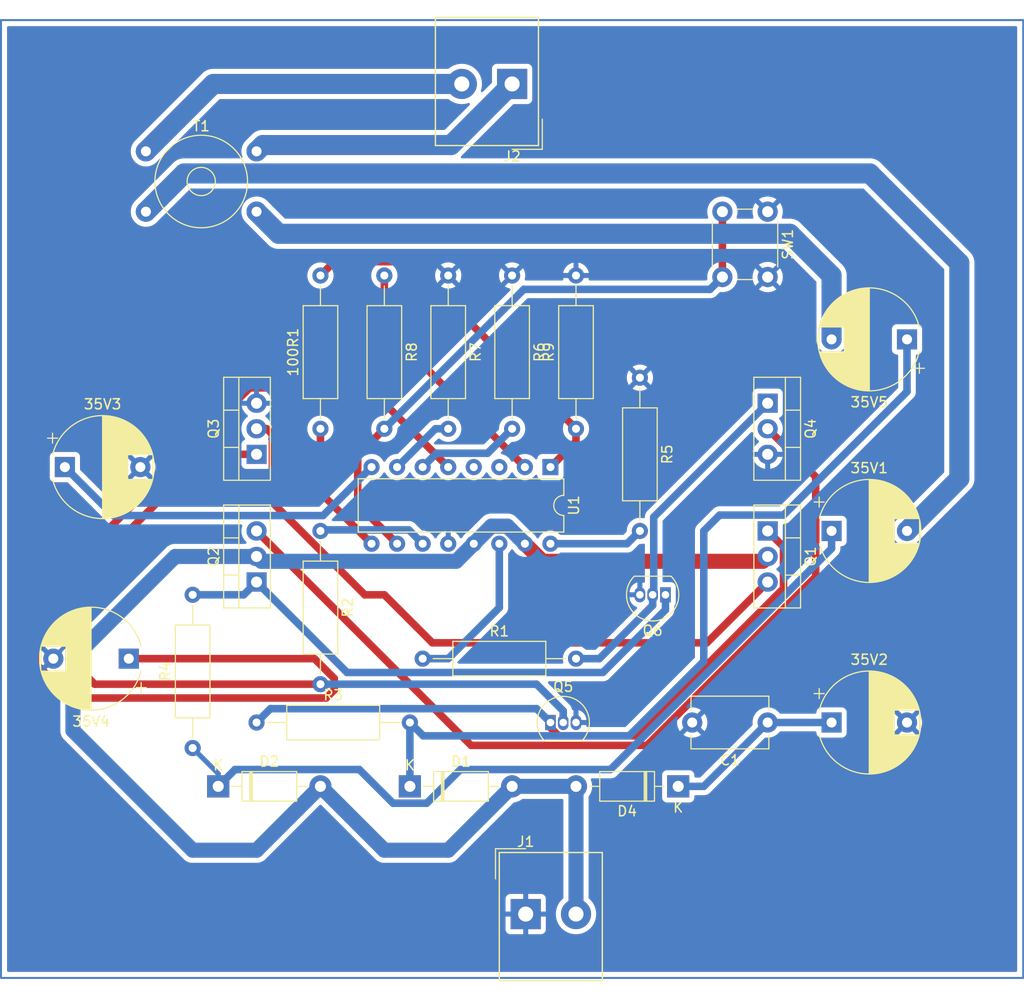
<source format=kicad_pcb>
(kicad_pcb (version 20221018) (generator pcbnew)
  (title_block (title "SG3525 based Full Bridge Inverter ") (date "14.01.2024") (rev "1.0") (company "by Mukhtar_Safarov"))
  (layers (0 "F.Cu" signal) (31 "B.Cu" signal) (34 "B.Paste" user) (35 "F.Paste" user) (36 "B.SilkS" user "B.Silkscreen") (37 "F.SilkS" user "F.Silkscreen") (38 "B.Mask" user) (39 "F.Mask" user) (44 "Edge.Cuts" user))
  (net 0 "")
  (net 1 "Net-(D2-K)")
  (net 2 "Net-(T1-AA)")
  (net 3 "Net-(D4-K)")
  (net 4 "Earth")
  (net 5 "Net-(U1-SS)")
  (net 6 "Net-(U1-CT)")
  (net 7 "Net-(D1-K)")
  (net 8 "Net-(T1-AB)")
  (net 9 "Net-(U1-COMP)")
  (net 10 "Net-(U1-INV)")
  (net 11 "+12V")
  (net 12 "Net-(J2-Pin_1)")
  (net 13 "Net-(J2-Pin_2)")
  (net 14 "Net-(Q1-G)")
  (net 15 "Net-(Q1-S)")
  (net 16 "Net-(Q2-G)")
  (net 17 "Net-(Q2-S)")
  (net 18 "CONN1")
  (net 19 "CONN2")
  (net 20 "Net-(U1-OUTB)")
  (net 21 "Net-(U1-OUTA)")
  (net 22 "Net-(U1-REF)")
  (net 23 "Net-(U1-RT)")
  (net 24 "Net-(U1-DISCH)")
  (net 25 "Net-(U1-NI)")
  (net 26 "Net-(U1-SD)")
  (footprint "Resistor_THT:R_Axial_DIN0309_L9.0mm_D3.2mm_P15.24mm_Horizontal" (layer "F.Cu") (at 44.45 167.64 90)
    (fp_text reference "R4" (at 7.62 -2.72 90) (layer "F.SilkS"))
    (fp_text value "10K")
    (pad "1" thru_hole circle (at 0 0 90) (size 1.6 1.6) (drill 0.8) (layers "*.Cu" "*.Mask") (net 1 "Net-(D2-K)"))
    (pad "2" thru_hole oval (at 15.24 0 90) (size 1.6 1.6) (drill 0.8) (layers "*.Cu" "*.Mask") (net 16 "Net-(Q2-G)"))
  )
  (footprint "Resistor_THT:R_Axial_DIN0309_L9.0mm_D3.2mm_P15.24mm_Horizontal" (layer "F.Cu") (at 76.2 120.65 -90)
    (fp_text reference "R6" (at 7.62 -2.72 90) (layer "F.SilkS"))
    (fp_text value "27K")
    (pad "1" thru_hole circle (at 0 0 270) (size 1.6 1.6) (drill 0.8) (layers "*.Cu" "*.Mask") (net 4 "Earth"))
    (pad "2" thru_hole oval (at 15.24 0 270) (size 1.6 1.6) (drill 0.8) (layers "*.Cu" "*.Mask") (net 23 "Net-(U1-RT)"))
  )
  (footprint "Capacitor_THT:C_Disc_D7.5mm_W5.0mm_P7.50mm" (layer "F.Cu") (at 101.6 165.1 180)
    (fp_text reference "C1" (at 3.75 -3.75) (layer "F.SilkS"))
    (fp_text value "C")
    (pad "1" thru_hole circle (at 0 0 180) (size 2 2) (drill 1) (layers "*.Cu" "*.Mask") (net 3 "Net-(D4-K)"))
    (pad "2" thru_hole circle (at 7.5 0 180) (size 2 2) (drill 1) (layers "*.Cu" "*.Mask") (net 4 "Earth"))
  )
  (footprint "Package_DIP:DIP-16_W7.62mm" (layer "F.Cu") (at 80.01 139.7 -90)
    (fp_text reference "U1" (at 3.81 -2.33 90) (layer "F.SilkS"))
    (fp_text value "SG3525")
    (pad "1" thru_hole rect (at 0 0 270) (size 1.6 1.6) (drill 0.8) (layers "*.Cu" "*.Mask") (net 10 "Net-(U1-INV)"))
    (pad "2" thru_hole oval (at 0 2.54 270) (size 1.6 1.6) (drill 0.8) (layers "*.Cu" "*.Mask") (net 25 "Net-(U1-NI)"))
    (pad "3" thru_hole oval (at 0 5.08 270) (size 1.6 1.6) (drill 0.8) (layers "*.Cu" "*.Mask"))
    (pad "4" thru_hole oval (at 0 7.62 270) (size 1.6 1.6) (drill 0.8) (layers "*.Cu" "*.Mask"))
    (pad "5" thru_hole oval (at 0 10.16 270) (size 1.6 1.6) (drill 0.8) (layers "*.Cu" "*.Mask") (net 6 "Net-(U1-CT)"))
    (pad "6" thru_hole oval (at 0 12.7 270) (size 1.6 1.6) (drill 0.8) (layers "*.Cu" "*.Mask") (net 23 "Net-(U1-RT)"))
    (pad "7" thru_hole oval (at 0 15.24 270) (size 1.6 1.6) (drill 0.8) (layers "*.Cu" "*.Mask") (net 24 "Net-(U1-DISCH)"))
    (pad "8" thru_hole oval (at 0 17.78 270) (size 1.6 1.6) (drill 0.8) (layers "*.Cu" "*.Mask") (net 5 "Net-(U1-SS)"))
    (pad "9" thru_hole oval (at 7.62 17.78 270) (size 1.6 1.6) (drill 0.8) (layers "*.Cu" "*.Mask") (net 9 "Net-(U1-COMP)"))
    (pad "10" thru_hole oval (at 7.62 15.24 270) (size 1.6 1.6) (drill 0.8) (layers "*.Cu" "*.Mask") (net 26 "Net-(U1-SD)"))
    (pad "11" thru_hole oval (at 7.62 12.7 270) (size 1.6 1.6) (drill 0.8) (layers "*.Cu" "*.Mask") (net 21 "Net-(U1-OUTA)"))
    (pad "12" thru_hole oval (at 7.62 10.16 270) (size 1.6 1.6) (drill 0.8) (layers "*.Cu" "*.Mask") (net 4 "Earth"))
    (pad "13" thru_hole oval (at 7.62 7.62 270) (size 1.6 1.6) (drill 0.8) (layers "*.Cu" "*.Mask") (net 11 "+12V"))
    (pad "14" thru_hole oval (at 7.62 5.08 270) (size 1.6 1.6) (drill 0.8) (layers "*.Cu" "*.Mask") (net 20 "Net-(U1-OUTB)"))
    (pad "15" thru_hole oval (at 7.62 2.54 270) (size 1.6 1.6) (drill 0.8) (layers "*.Cu" "*.Mask") (net 11 "+12V"))
    (pad "16" thru_hole oval (at 7.62 0 270) (size 1.6 1.6) (drill 0.8) (layers "*.Cu" "*.Mask") (net 22 "Net-(U1-REF)"))
  )
  (footprint "Capacitor_THT:CP_Radial_D10.0mm_P7.50mm" (layer "F.Cu") (at 115.45 127 180)
    (fp_text reference "35V5" (at 3.75 -6.25 180) (layer "F.SilkS"))
    (fp_text value "100uF")
    (pad "1" thru_hole rect (at 0 0 180) (size 2 2) (drill 1) (layers "*.Cu" "*.Mask") (net 7 "Net-(D1-K)"))
    (pad "2" thru_hole circle (at 7.5 0 180) (size 2 2) (drill 1) (layers "*.Cu" "*.Mask") (net 8 "Net-(T1-AB)"))
  )
  (footprint "Package_TO_SOT_THT:TO-220-3_Vertical" (layer "F.Cu") (at 101.6 133.35 -90)
    (fp_text reference "Q4" (at 2.54 -4.27 90) (layer "F.SilkS"))
    (fp_text value "IRF3205")
    (pad "1" thru_hole rect (at 0 0 270) (size 1.905 2) (drill 1.1) (layers "*.Cu" "*.Mask") (net 19 "CONN2"))
    (pad "2" thru_hole oval (at 2.54 0 270) (size 1.905 2) (drill 1.1) (layers "*.Cu" "*.Mask") (net 17 "Net-(Q2-S)"))
    (pad "3" thru_hole oval (at 5.08 0 270) (size 1.905 2) (drill 1.1) (layers "*.Cu" "*.Mask") (net 4 "Earth"))
  )
  (footprint "Resistor_THT:R_Axial_DIN0309_L9.0mm_D3.2mm_P15.24mm_Horizontal" (layer "F.Cu") (at 57.15 135.89 90)
    (fp_text reference "100R1" (at 7.62 -2.72 90) (layer "F.SilkS"))
    (fp_text value "10K")
    (pad "1" thru_hole circle (at 0 0 90) (size 1.6 1.6) (drill 0.8) (layers "*.Cu" "*.Mask") (net 9 "Net-(U1-COMP)"))
    (pad "2" thru_hole oval (at 15.24 0 90) (size 1.6 1.6) (drill 0.8) (layers "*.Cu" "*.Mask") (net 10 "Net-(U1-INV)"))
  )
  (footprint "Resistor_THT:R_Axial_DIN0309_L9.0mm_D3.2mm_P15.24mm_Horizontal" (layer "F.Cu") (at 67.31 158.75)
    (fp_text reference "R1" (at 7.62 -2.72) (layer "F.SilkS"))
    (fp_text value "100R")
    (pad "1" thru_hole circle (at 0 0) (size 1.6 1.6) (drill 0.8) (layers "*.Cu" "*.Mask") (net 20 "Net-(U1-OUTB)"))
    (pad "2" thru_hole oval (at 15.24 0) (size 1.6 1.6) (drill 0.8) (layers "*.Cu" "*.Mask") (net 19 "CONN2"))
  )
  (footprint "TerminalBlock_Altech:Altech_AK300_1x02_P5.00mm_45-Degree" (layer "F.Cu") (at 76.2 101.6 180)
    (fp_text reference "J2" (at 0 -7.2) (layer "F.SilkS"))
    (fp_text value "AC OUTPUT ")
    (pad "1" thru_hole rect (at 0 0 180) (size 3 3) (drill 1.5) (layers "*.Cu" "*.Mask") (net 12 "Net-(J2-Pin_1)"))
    (pad "2" thru_hole circle (at 5 0 180) (size 3 3) (drill 1.5) (layers "*.Cu" "*.Mask") (net 13 "Net-(J2-Pin_2)"))
  )
  (footprint "Package_TO_SOT_THT:TO-220-3_Vertical" (layer "F.Cu") (at 50.8 138.43 90)
    (fp_text reference "Q3" (at 2.54 -4.27 90) (layer "F.SilkS"))
    (fp_text value "IRF3205")
    (pad "1" thru_hole rect (at 0 0 90) (size 1.905 2) (drill 1.1) (layers "*.Cu" "*.Mask") (net 18 "CONN1"))
    (pad "2" thru_hole oval (at 2.54 0 90) (size 1.905 2) (drill 1.1) (layers "*.Cu" "*.Mask") (net 15 "Net-(Q1-S)"))
    (pad "3" thru_hole oval (at 5.08 0 90) (size 1.905 2) (drill 1.1) (layers "*.Cu" "*.Mask") (net 4 "Earth"))
  )
  (footprint "TerminalBlock_Altech:Altech_AK300_1x02_P5.00mm_45-Degree" (layer "F.Cu") (at 77.55 184.15)
    (fp_text reference "J1" (at 0 -7.2) (layer "F.SilkS"))
    (fp_text value "VCC INPUT ")
    (pad "1" thru_hole rect (at 0 0) (size 3 3) (drill 1.5) (layers "*.Cu" "*.Mask") (net 4 "Earth"))
    (pad "2" thru_hole circle (at 5 0) (size 3 3) (drill 1.5) (layers "*.Cu" "*.Mask") (net 11 "+12V"))
  )
  (footprint "Package_TO_SOT_THT:TO-220-3_Vertical" (layer "F.Cu") (at 50.8 151.13 90)
    (fp_text reference "Q2" (at 2.54 -4.27 90) (layer "F.SilkS"))
    (fp_text value "IRF3205")
    (pad "1" thru_hole rect (at 0 0 90) (size 1.905 2) (drill 1.1) (layers "*.Cu" "*.Mask") (net 16 "Net-(Q2-G)"))
    (pad "2" thru_hole oval (at 2.54 0 90) (size 1.905 2) (drill 1.1) (layers "*.Cu" "*.Mask") (net 11 "+12V"))
    (pad "3" thru_hole oval (at 5.08 0 90) (size 1.905 2) (drill 1.1) (layers "*.Cu" "*.Mask") (net 17 "Net-(Q2-S)"))
  )
  (footprint "Resistor_THT:R_Axial_DIN0309_L9.0mm_D3.2mm_P15.24mm_Horizontal" (layer "F.Cu") (at 82.55 135.89 90)
    (fp_text reference "R9" (at 7.62 -2.72 90) (layer "F.SilkS"))
    (fp_text value "10K")
    (pad "1" thru_hole circle (at 0 0 90) (size 1.6 1.6) (drill 0.8) (layers "*.Cu" "*.Mask") (net 10 "Net-(U1-INV)"))
    (pad "2" thru_hole oval (at 15.24 0 90) (size 1.6 1.6) (drill 0.8) (layers "*.Cu" "*.Mask") (net 4 "Earth"))
  )
  (footprint "Transformer_THT:Transformer_Toroid_Horizontal_D9.0mm_Amidon-T30" (layer "F.Cu") (at 39.8 114.3)
    (fp_text reference "T1" (at 5.5 -8.5) (layer "F.SilkS"))
    (fp_text value "12V-230V AC")
    (pad "1" thru_hole circle (at 0 0) (size 2 2) (drill 1) (layers "*.Cu" "*.Mask") (net 2 "Net-(T1-AA)"))
    (pad "2" thru_hole circle (at 11 0) (size 2 2) (drill 1) (layers "*.Cu" "*.Mask") (net 8 "Net-(T1-AB)"))
    (pad "3" thru_hole circle (at 0 -6) (size 2 2) (drill 1) (layers "*.Cu" "*.Mask") (net 13 "Net-(J2-Pin_2)"))
    (pad "4" thru_hole circle (at 11 -6) (size 2 2) (drill 1) (layers "*.Cu" "*.Mask") (net 12 "Net-(J2-Pin_1)"))
  )
  (footprint "Resistor_THT:R_Axial_DIN0309_L9.0mm_D3.2mm_P15.24mm_Horizontal" (layer "F.Cu") (at 69.85 120.65 -90)
    (fp_text reference "R7" (at 7.62 -2.72 90) (layer "F.SilkS"))
    (fp_text value "27K")
    (pad "1" thru_hole circle (at 0 0 270) (size 1.6 1.6) (drill 0.8) (layers "*.Cu" "*.Mask") (net 4 "Earth"))
    (pad "2" thru_hole oval (at 15.24 0 270) (size 1.6 1.6) (drill 0.8) (layers "*.Cu" "*.Mask") (net 24 "Net-(U1-DISCH)"))
  )
  (footprint "Resistor_THT:R_Axial_DIN0309_L9.0mm_D3.2mm_P15.24mm_Horizontal" (layer "F.Cu") (at 63.5 120.65 -90)
    (fp_text reference "R8" (at 7.62 -2.72 90) (layer "F.SilkS"))
    (fp_text value "2,2K")
    (pad "1" thru_hole circle (at 0 0 270) (size 1.6 1.6) (drill 0.8) (layers "*.Cu" "*.Mask") (net 25 "Net-(U1-NI)"))
    (pad "2" thru_hole oval (at 15.24 0 270) (size 1.6 1.6) (drill 0.8) (layers "*.Cu" "*.Mask") (net 26 "Net-(U1-SD)"))
  )
  (footprint "Capacitor_THT:CP_Radial_D10.0mm_P7.50mm" (layer "F.Cu") (at 107.95 146.05)
    (fp_text reference "35V1" (at 3.75 -6.25) (layer "F.SilkS"))
    (fp_text value "100uF")
    (pad "1" thru_hole rect (at 0 0) (size 2 2) (drill 1) (layers "*.Cu" "*.Mask") (net 1 "Net-(D2-K)"))
    (pad "2" thru_hole circle (at 7.5 0) (size 2 2) (drill 1) (layers "*.Cu" "*.Mask") (net 2 "Net-(T1-AA)"))
  )
  (footprint "Package_TO_SOT_THT:TO-92_Inline" (layer "F.Cu") (at 80.01 165.1)
    (fp_text reference "Q5" (at 1.27 -3.56) (layer "F.SilkS"))
    (fp_text value "BC547")
    (pad "1" thru_hole rect (at 0 0) (size 1.05 1.5) (drill 0.75) (layers "*.Cu" "*.Mask") (net 14 "Net-(Q1-G)"))
    (pad "2" thru_hole oval (at 1.27 0) (size 1.05 1.5) (drill 0.75) (layers "*.Cu" "*.Mask") (net 18 "CONN1"))
    (pad "3" thru_hole oval (at 2.54 0) (size 1.05 1.5) (drill 0.75) (layers "*.Cu" "*.Mask") (net 4 "Earth"))
  )
  (footprint "Capacitor_THT:CP_Radial_D10.0mm_P7.50mm" (layer "F.Cu") (at 31.75 139.7)
    (fp_text reference "35V3" (at 3.75 -6.25) (layer "F.SilkS"))
    (fp_text value "10uF")
    (pad "1" thru_hole rect (at 0 0) (size 2 2) (drill 1) (layers "*.Cu" "*.Mask") (net 5 "Net-(U1-SS)"))
    (pad "2" thru_hole circle (at 7.5 0) (size 2 2) (drill 1) (layers "*.Cu" "*.Mask") (net 4 "Earth"))
  )
  (footprint "Capacitor_THT:CP_Radial_D10.0mm_P7.50mm" (layer "F.Cu") (at 107.95 165.1)
    (fp_text reference "35V2" (at 3.75 -6.25) (layer "F.SilkS"))
    (fp_text value "220uF")
    (pad "1" thru_hole rect (at 0 0) (size 2 2) (drill 1) (layers "*.Cu" "*.Mask") (net 3 "Net-(D4-K)"))
    (pad "2" thru_hole circle (at 7.5 0) (size 2 2) (drill 1) (layers "*.Cu" "*.Mask") (net 4 "Earth"))
  )
  (footprint "Resistor_THT:R_Axial_DIN0309_L9.0mm_D3.2mm_P15.24mm_Horizontal" (layer "F.Cu") (at 50.8 165.1)
    (fp_text reference "R3" (at 7.62 -2.72) (layer "F.SilkS"))
    (fp_text value "10K")
    (pad "1" thru_hole circle (at 0 0) (size 1.6 1.6) (drill 0.8) (layers "*.Cu" "*.Mask") (net 14 "Net-(Q1-G)"))
    (pad "2" thru_hole oval (at 15.24 0) (size 1.6 1.6) (drill 0.8) (layers "*.Cu" "*.Mask") (net 7 "Net-(D1-K)"))
  )
  (footprint "Diode_THT:D_DO-41_SOD81_P10.16mm_Horizontal" (layer "F.Cu") (at 46.99 171.45)
    (fp_text reference "D2" (at 5.08 -2.47) (layer "F.SilkS"))
    (fp_text value "1N4007")
    (fp_text user "K" (at 0 -2.1) (layer "F.SilkS"))
    (pad "1" thru_hole rect (at 0 0) (size 2.2 2.2) (drill 1.1) (layers "*.Cu" "*.Mask") (net 1 "Net-(D2-K)"))
    (pad "2" thru_hole oval (at 10.16 0) (size 2.2 2.2) (drill 1.1) (layers "*.Cu" "*.Mask") (net 11 "+12V"))
  )
  (footprint "Package_TO_SOT_THT:TO-220-3_Vertical" (layer "F.Cu") (at 101.6 146.05 -90)
    (fp_text reference "Q1" (at 2.54 -4.27 90) (layer "F.SilkS"))
    (fp_text value "IRF3205")
    (pad "1" thru_hole rect (at 0 0 270) (size 1.905 2) (drill 1.1) (layers "*.Cu" "*.Mask") (net 14 "Net-(Q1-G)"))
    (pad "2" thru_hole oval (at 2.54 0 270) (size 1.905 2) (drill 1.1) (layers "*.Cu" "*.Mask") (net 11 "+12V"))
    (pad "3" thru_hole oval (at 5.08 0 270) (size 1.905 2) (drill 1.1) (layers "*.Cu" "*.Mask") (net 15 "Net-(Q1-S)"))
  )
  (footprint "Capacitor_THT:CP_Radial_D10.0mm_P7.50mm" (layer "F.Cu") (at 38.1 158.75 180)
    (fp_text reference "35V4" (at 3.75 -6.25 180) (layer "F.SilkS"))
    (fp_text value "220uF")
    (pad "1" thru_hole rect (at 0 0 180) (size 2 2) (drill 1) (layers "*.Cu" "*.Mask") (net 6 "Net-(U1-CT)"))
    (pad "2" thru_hole circle (at 7.5 0 180) (size 2 2) (drill 1) (layers "*.Cu" "*.Mask") (net 4 "Earth"))
  )
  (footprint "Resistor_THT:R_Axial_DIN0309_L9.0mm_D3.2mm_P15.24mm_Horizontal" (layer "F.Cu") (at 57.15 146.05 -90)
    (fp_text reference "R2" (at 7.62 -2.72 90) (layer "F.SilkS"))
    (fp_text value "100R")
    (pad "1" thru_hole circle (at 0 0 270) (size 1.6 1.6) (drill 0.8) (layers "*.Cu" "*.Mask") (net 21 "Net-(U1-OUTA)"))
    (pad "2" thru_hole oval (at 15.24 0 270) (size 1.6 1.6) (drill 0.8) (layers "*.Cu" "*.Mask") (net 18 "CONN1"))
  )
  (footprint "Diode_THT:D_DO-41_SOD81_P10.16mm_Horizontal" (layer "F.Cu") (at 92.71 171.45 180)
    (fp_text reference "D4" (at 5.08 -2.47) (layer "F.SilkS"))
    (fp_text value "1N4007")
    (fp_text user "K" (at 0 -2.1) (layer "F.SilkS"))
    (pad "1" thru_hole rect (at 0 0 180) (size 2.2 2.2) (drill 1.1) (layers "*.Cu" "*.Mask") (net 3 "Net-(D4-K)"))
    (pad "2" thru_hole oval (at 10.16 0 180) (size 2.2 2.2) (drill 1.1) (layers "*.Cu" "*.Mask") (net 11 "+12V"))
  )
  (footprint "Button_Switch_THT:SW_PUSH_6mm_H9.5mm" (layer "F.Cu") (at 101.6 114.3 -90)
    (fp_text reference "SW1" (at 3.25 -2 90) (layer "F.SilkS"))
    (fp_text value "push")
    (pad "1" thru_hole circle (at 0 0) (size 2 2) (drill 1.1) (layers "*.Cu" "*.Mask") (net 4 "Earth"))
    (pad "1" thru_hole circle (at 6.5 0) (size 2 2) (drill 1.1) (layers "*.Cu" "*.Mask") (net 4 "Earth"))
    (pad "2" thru_hole circle (at 0 4.5) (size 2 2) (drill 1.1) (layers "*.Cu" "*.Mask") (net 26 "Net-(U1-SD)"))
    (pad "2" thru_hole circle (at 6.5 4.5) (size 2 2) (drill 1.1) (layers "*.Cu" "*.Mask") (net 26 "Net-(U1-SD)"))
  )
  (footprint "Diode_THT:D_DO-41_SOD81_P10.16mm_Horizontal" (layer "F.Cu") (at 66.04 171.45)
    (fp_text reference "D1" (at 5.08 -2.47) (layer "F.SilkS"))
    (fp_text value "1N4007")
    (fp_text user "K" (at 0 -2.1) (layer "F.SilkS"))
    (pad "1" thru_hole rect (at 0 0) (size 2.2 2.2) (drill 1.1) (layers "*.Cu" "*.Mask") (net 7 "Net-(D1-K)"))
    (pad "2" thru_hole oval (at 10.16 0) (size 2.2 2.2) (drill 1.1) (layers "*.Cu" "*.Mask") (net 11 "+12V"))
  )
  (footprint "Resistor_THT:R_Axial_DIN0309_L9.0mm_D3.2mm_P15.24mm_Horizontal" (layer "F.Cu") (at 88.9 130.81 -90)
    (fp_text reference "R5" (at 7.62 -2.72 90) (layer "F.SilkS"))
    (fp_text value "470K")
    (pad "1" thru_hole circle (at 0 0 270) (size 1.6 1.6) (drill 0.8) (layers "*.Cu" "*.Mask") (net 4 "Earth"))
    (pad "2" thru_hole oval (at 15.24 0 270) (size 1.6 1.6) (drill 0.8) (layers "*.Cu" "*.Mask") (net 22 "Net-(U1-REF)"))
  )
  (footprint "Package_TO_SOT_THT:TO-92_Inline" (layer "F.Cu") (at 91.44 152.4 180)
    (fp_text reference "Q6" (at 1.27 -3.56) (layer "F.SilkS"))
    (fp_text value "BC547")
    (pad "1" thru_hole rect (at 0 0 180) (size 1.05 1.5) (drill 0.75) (layers "*.Cu" "*.Mask") (net 16 "Net-(Q2-G)"))
    (pad "2" thru_hole oval (at 1.27 0 180) (size 1.05 1.5) (drill 0.75) (layers "*.Cu" "*.Mask") (net 19 "CONN2"))
    (pad "3" thru_hole oval (at 2.54 0 180) (size 1.05 1.5) (drill 0.75) (layers "*.Cu" "*.Mask") (net 4 "Earth"))
  )
  (gr_rect (start 25.4 95.25) (end 127 190.5) (stroke (width 0.2)) (fill none) (layer "B.Cu"))
  (segment (start 107.95 147.8) (end 85.975 169.775) (width 0.75) (layer "B.Cu") (net 1))
  (segment (start 61.015 169.775) (end 48.665 169.775) (width 0.75) (layer "B.Cu") (net 1))
  (segment (start 48.665 169.775) (end 46.99 171.45) (width 0.75) (layer "B.Cu") (net 1))
  (segment (start 46.99 170.18) (end 44.45 167.64) (width 0.5) (layer "B.Cu") (net 1))
  (segment (start 67.715 173.125) (end 64.365 173.125) (width 0.75) (layer "B.Cu") (net 1))
  (segment (start 71.065 169.775) (end 67.715 173.125) (width 0.75) (layer "B.Cu") (net 1))
  (segment (start 46.99 171.45) (end 46.99 170.18) (width 0.5) (layer "B.Cu") (net 1))
  (segment (start 64.365 173.125) (end 61.015 169.775) (width 0.75) (layer "B.Cu") (net 1))
  (segment (start 107.95 146.05) (end 107.95 147.8) (width 0.75) (layer "B.Cu") (net 1))
  (segment (start 85.975 169.775) (end 71.065 169.775) (width 0.75) (layer "B.Cu") (net 1))
  (segment (start 120.65 140.85) (end 115.45 146.05) (width 2) (layer "B.Cu") (net 2))
  (segment (start 120.65 119.4) (end 120.65 140.85) (width 2) (layer "B.Cu") (net 2))
  (segment (start 39.8 114.3) (end 43.6 110.5) (width 2) (layer "B.Cu") (net 2))
  (segment (start 43.6 110.5) (end 111.75 110.5) (width 2) (layer "B.Cu") (net 2))
  (segment (start 111.75 110.5) (end 120.65 119.4) (width 2) (layer "B.Cu") (net 2))
  (segment (start 101.6 165.1) (end 107.95 165.1) (width 0.75) (layer "B.Cu") (net 3))
  (segment (start 92.71 171.45) (end 95.25 171.45) (width 0.75) (layer "B.Cu") (net 3))
  (segment (start 95.25 171.45) (end 101.6 165.1) (width 0.75) (layer "B.Cu") (net 3))
  (segment (start 57.4075 144.5225) (end 62.23 139.7) (width 0.75) (layer "B.Cu") (net 5))
  (segment (start 31.75 139.7) (end 36.5725 144.5225) (width 0.75) (layer "B.Cu") (net 5))
  (segment (start 36.5725 144.5225) (end 57.4075 144.5225) (width 0.75) (layer "B.Cu") (net 5))
  (segment (start 38.1 158.75) (end 56.554544 158.75) (width 0.75) (layer "F.Cu") (net 6))
  (segment (start 57.719544 162.665) (end 32.287613 162.665) (width 0.75) (layer "F.Cu") (net 6))
  (segment (start 56.554544 158.75) (end 58.525 160.720456) (width 0.75) (layer "F.Cu") (net 6))
  (segment (start 58.525 160.720456) (end 58.525 161.859544) (width 0.75) (layer "F.Cu") (net 6))
  (segment (start 29.025 152.917289) (end 50.119789 131.8225) (width 0.75) (layer "F.Cu") (net 6))
  (segment (start 58.525 161.859544) (end 57.719544 162.665) (width 0.75) (layer "F.Cu") (net 6))
  (segment (start 61.9725 131.8225) (end 69.85 139.7) (width 0.75) (layer "F.Cu") (net 6))
  (segment (start 32.287613 162.665) (end 29.025 159.402387) (width 0.75) (layer "F.Cu") (net 6))
  (segment (start 50.119789 131.8225) (end 61.9725 131.8225) (width 0.75) (layer "F.Cu") (net 6))
  (segment (start 29.025 159.402387) (end 29.025 152.917289) (width 0.75) (layer "F.Cu") (net 6))
  (segment (start 66.04 171.45) (end 66.04 165.1) (width 0.75) (layer "B.Cu") (net 7))
  (segment (start 96.825 144.475) (end 103.175 144.475) (width 0.75) (layer "B.Cu") (net 7))
  (segment (start 103.175 144.475) (end 115.45 132.2) (width 0.75) (layer "B.Cu") (net 7))
  (segment (start 115.45 132.2) (end 115.45 127) (width 0.75) (layer "B.Cu") (net 7))
  (segment (start 95.25 159.0075) (end 95.25 146.05) (width 0.75) (layer "B.Cu") (net 7))
  (segment (start 66.04 165.1) (end 67.365 166.425) (width 0.75) (layer "B.Cu") (net 7))
  (segment (start 87.8325 166.425) (end 95.25 159.0075) (width 0.75) (layer "B.Cu") (net 7))
  (segment (start 67.365 166.425) (end 87.8325 166.425) (width 0.75) (layer "B.Cu") (net 7))
  (segment (start 95.25 146.05) (end 96.825 144.475) (width 0.75) (layer "B.Cu") (net 7))
  (segment (start 50.8 114.3) (end 53 116.5) (width 2) (layer "B.Cu") (net 8))
  (segment (start 53 116.5) (end 103.8 116.5) (width 2) (layer "B.Cu") (net 8))
  (segment (start 107.95 120.65) (end 107.95 127) (width 2) (layer "B.Cu") (net 8))
  (segment (start 103.8 116.5) (end 107.95 120.65) (width 2) (layer "B.Cu") (net 8))
  (segment (start 57.15 142.24) (end 62.23 147.32) (width 0.75) (layer "F.Cu") (net 9))
  (segment (start 57.15 135.89) (end 57.15 142.24) (width 0.75) (layer "F.Cu") (net 9))
  (segment (start 65.935 119.275) (end 82.55 135.89) (width 0.75) (layer "F.Cu") (net 10))
  (segment (start 82.55 135.89) (end 82.55 137.16) (width 0.75) (layer "F.Cu") (net 10))
  (segment (start 57.15 120.65) (end 58.525 119.275) (width 0.75) (layer "F.Cu") (net 10))
  (segment (start 58.525 119.275) (end 65.935 119.275) (width 0.75) (layer "F.Cu") (net 10))
  (segment (start 82.55 137.16) (end 80.01 139.7) (width 0.75) (layer "F.Cu") (net 10))
  (segment (start 101.6 148.59) (end 101.12 149.07) (width 1.5) (layer "F.Cu") (net 11))
  (segment (start 101.12 149.07) (end 79.22 149.07) (width 1.5) (layer "F.Cu") (net 11))
  (segment (start 79.22 149.07) (end 77.47 147.32) (width 1.5) (layer "F.Cu") (net 11))
  (segment (start 74.14 145.57) (end 75.72 145.57) (width 1.5) (layer "B.Cu") (net 11))
  (segment (start 69.85 177.8) (end 76.2 171.45) (width 1.5) (layer "B.Cu") (net 11))
  (segment (start 51.28 149.07) (end 70.64 149.07) (width 1.5) (layer "B.Cu") (net 11))
  (segment (start 72.39 147.32) (end 74.14 145.57) (width 1.5) (layer "B.Cu") (net 11))
  (segment (start 70.64 149.07) (end 72.39 147.32) (width 1.5) (layer "B.Cu") (net 11))
  (segment (start 50.8 177.8) (end 57.15 171.45) (width 1.5) (layer "B.Cu") (net 11))
  (segment (start 32.55 165.9) (end 44.45 177.8) (width 1.5) (layer "B.Cu") (net 11))
  (segment (start 76.2 171.45) (end 82.55 171.45) (width 1.5) (layer "B.Cu") (net 11))
  (segment (start 63.5 177.8) (end 69.85 177.8) (width 1.5) (layer "B.Cu") (net 11))
  (segment (start 50.8 148.59) (end 51.28 149.07) (width 1.5) (layer "B.Cu") (net 11))
  (segment (start 75.72 145.57) (end 77.47 147.32) (width 1.5) (layer "B.Cu") (net 11))
  (segment (start 57.15 171.45) (end 63.5 177.8) (width 1.5) (layer "B.Cu") (net 11))
  (segment (start 82.55 171.45) (end 82.55 184.15) (width 1.5) (layer "B.Cu") (net 11))
  (segment (start 42.71 148.59) (end 32.55 158.75) (width 1.5) (layer "B.Cu") (net 11))
  (segment (start 44.45 177.8) (end 50.8 177.8) (width 1.5) (layer "B.Cu") (net 11))
  (segment (start 50.8 148.59) (end 42.71 148.59) (width 1.5) (layer "B.Cu") (net 11))
  (segment (start 32.55 158.75) (end 32.55 165.9) (width 1.5) (layer "B.Cu") (net 11))
  (segment (start 76.2 101.6) (end 70.125 107.675) (width 2) (layer "B.Cu") (net 12))
  (segment (start 51.425 107.675) (end 50.8 108.3) (width 2) (layer "B.Cu") (net 12))
  (segment (start 70.125 107.675) (end 51.425 107.675) (width 2) (layer "B.Cu") (net 12))
  (segment (start 71.2 101.6) (end 46.5 101.6) (width 2) (layer "B.Cu") (net 13))
  (segment (start 46.5 101.6) (end 39.8 108.3) (width 2) (layer "B.Cu") (net 13))
  (segment (start 80.01 165.610635) (end 80.824365 166.425) (width 0.75) (layer "F.Cu") (net 14))
  (segment (start 80.824365 166.425) (end 88.512711 166.425) (width 0.75) (layer "F.Cu") (net 14))
  (segment (start 103.175 147.625) (end 101.6 146.05) (width 0.75) (layer "F.Cu") (net 14))
  (segment (start 88.512711 166.425) (end 103.175 151.762711) (width 0.75) (layer "F.Cu") (net 14))
  (segment (start 80.01 165.1) (end 80.01 165.610635) (width 0.75) (layer "F.Cu") (net 14))
  (segment (start 103.175 151.762711) (end 103.175 147.625) (width 0.75) (layer "F.Cu") (net 14))
  (segment (start 50.8 165.1) (end 52.175 163.725) (width 0.75) (layer "B.Cu") (net 14))
  (segment (start 52.175 163.725) (end 78.635 163.725) (width 0.75) (layer "B.Cu") (net 14))
  (segment (start 78.635 163.725) (end 80.01 165.1) (width 0.75) (layer "B.Cu") (net 14))
  (segment (start 52.375 136.4525) (end 51.8125 135.89) (width 0.75) (layer "F.Cu") (net 15))
  (segment (start 95.555 157.175) (end 68.275 157.175) (width 0.75) (layer "F.Cu") (net 15))
  (segment (start 52.375 143.219544) (end 52.375 136.4525) (width 0.75) (layer "F.Cu") (net 15))
  (segment (start 68.275 157.175) (end 63.5 152.4) (width 0.75) (layer "F.Cu") (net 15))
  (segment (start 63.5 152.4) (end 61.555456 152.4) (width 0.75) (layer "F.Cu") (net 15))
  (segment (start 61.555456 152.4) (end 52.375 143.219544) (width 0.75) (layer "F.Cu") (net 15))
  (segment (start 51.8125 135.89) (end 50.8 135.89) (width 0.75) (layer "F.Cu") (net 15))
  (segment (start 101.6 151.13) (end 95.555 157.175) (width 0.75) (layer "F.Cu") (net 15))
  (segment (start 85.215 160.125) (end 91.44 153.9) (width 0.75) (layer "B.Cu") (net 16))
  (segment (start 50.8 151.13) (end 59.795 160.125) (width 0.75) (layer "B.Cu") (net 16))
  (segment (start 91.44 153.9) (end 91.44 152.4) (width 0.75) (layer "B.Cu") (net 16))
  (segment (start 49.53 152.4) (end 50.8 151.13) (width 0.75) (layer "B.Cu") (net 16))
  (segment (start 59.795 160.125) (end 85.215 160.125) (width 0.75) (layer "B.Cu") (net 16))
  (segment (start 44.45 152.4) (end 49.53 152.4) (width 0.75) (layer "B.Cu") (net 16))
  (segment (start 50.8 146.05) (end 72.125 167.375) (width 0.75) (layer "F.Cu") (net 17))
  (segment (start 106.375 140.665) (end 101.6 135.89) (width 0.75) (layer "F.Cu") (net 17))
  (segment (start 89.597613 167.375) (end 106.375 150.597613) (width 0.75) (layer "F.Cu") (net 17))
  (segment (start 106.375 150.597613) (end 106.375 140.665) (width 0.75) (layer "F.Cu") (net 17))
  (segment (start 72.125 167.375) (end 89.597613 167.375) (width 0.75) (layer "F.Cu") (net 17))
  (segment (start 32.175 158.75) (end 34.715 161.29) (width 0.75) (layer "F.Cu") (net 18))
  (segment (start 34.715 161.29) (end 57.15 161.29) (width 0.75) (layer "F.Cu") (net 18))
  (segment (start 45.72 138.43) (end 32.175 151.975) (width 0.75) (layer "F.Cu") (net 18))
  (segment (start 50.8 138.43) (end 45.72 138.43) (width 0.75) (layer "F.Cu") (net 18))
  (segment (start 32.175 151.975) (end 32.175 158.75) (width 0.75) (layer "F.Cu") (net 18))
  (segment (start 57.15 161.29) (end 78.625 161.29) (width 0.75) (layer "B.Cu") (net 18))
  (segment (start 81.28 163.945) (end 81.28 165.1) (width 0.75) (layer "B.Cu") (net 18))
  (segment (start 78.625 161.29) (end 81.28 163.945) (width 0.75) (layer "B.Cu") (net 18))
  (segment (start 90.275 144.675) (end 90.275 152.295) (width 0.75) (layer "B.Cu") (net 19))
  (segment (start 90.275 152.295) (end 90.17 152.4) (width 0.75) (layer "B.Cu") (net 19))
  (segment (start 90.17 153.45) (end 90.17 152.4) (width 0.75) (layer "B.Cu") (net 19))
  (segment (start 101.6 133.35) (end 90.275 144.675) (width 0.75) (layer "B.Cu") (net 19))
  (segment (start 82.55 158.75) (end 84.87 158.75) (width 0.75) (layer "B.Cu") (net 19))
  (segment (start 84.87 158.75) (end 90.17 153.45) (width 0.75) (layer "B.Cu") (net 19))
  (segment (start 74.93 153.67) (end 74.93 147.32) (width 0.75) (layer "B.Cu") (net 20))
  (segment (start 67.31 158.75) (end 69.85 158.75) (width 0.75) (layer "B.Cu") (net 20))
  (segment (start 69.85 158.75) (end 74.93 153.67) (width 0.75) (layer "B.Cu") (net 20))
  (segment (start 65.935 145.945) (end 67.31 147.32) (width 0.75) (layer "B.Cu") (net 21))
  (segment (start 57.255 145.945) (end 65.935 145.945) (width 0.75) (layer "B.Cu") (net 21))
  (segment (start 57.15 146.05) (end 57.255 145.945) (width 0.75) (layer "B.Cu") (net 21))
  (segment (start 87.63 147.32) (end 88.9 146.05) (width 0.75) (layer "B.Cu") (net 22))
  (segment (start 80.01 147.32) (end 87.63 147.32) (width 0.75) (layer "B.Cu") (net 22))
  (segment (start 73.765 138.325) (end 68.685 138.325) (width 0.75) (layer "B.Cu") (net 23))
  (segment (start 76.2 135.89) (end 73.765 138.325) (width 0.75) (layer "B.Cu") (net 23))
  (segment (start 68.685 138.325) (end 67.31 139.7) (width 0.75) (layer "B.Cu") (net 23))
  (segment (start 68.58 135.89) (end 64.77 139.7) (width 0.75) (layer "B.Cu") (net 24))
  (segment (start 69.85 135.89) (end 68.58 135.89) (width 0.75) (layer "B.Cu") (net 24))
  (segment (start 63.5 125.73) (end 77.47 139.7) (width 0.75) (layer "F.Cu") (net 25))
  (segment (start 63.5 120.65) (end 63.5 125.73) (width 0.75) (layer "F.Cu") (net 25))
  (segment (start 97.1 114.3) (end 97.1 120.8) (width 0.75) (layer "F.Cu") (net 26))
  (segment (start 60.855 143.405) (end 64.77 147.32) (width 0.75) (layer "F.Cu") (net 26))
  (segment (start 60.855 138.535) (end 60.855 143.405) (width 0.75) (layer "F.Cu") (net 26))
  (segment (start 63.5 135.89) (end 60.855 138.535) (width 0.75) (layer "F.Cu") (net 26))
  (segment (start 77.365 122.025) (end 63.5 135.89) (width 0.75) (layer "B.Cu") (net 26))
  (segment (start 95.875 122.025) (end 77.365 122.025) (width 0.75) (layer "B.Cu") (net 26))
  (segment (start 97.1 120.8) (end 95.875 122.025) (width 0.75) (layer "B.Cu") (net 26))
  (zone (net 4) (net_name "Earth") (layer "B.Cu") (connect_pads (clearance 0.5)) (min_thickness 0.25) (fill yes (thermal_gap 0.5) (thermal_bridge_width 0.5))
    (polygon (pts (xy 25.4 95.25) (xy 25.4 190.5) (xy 127 190.5) (xy 127 95.25)))
  )
)
</source>
